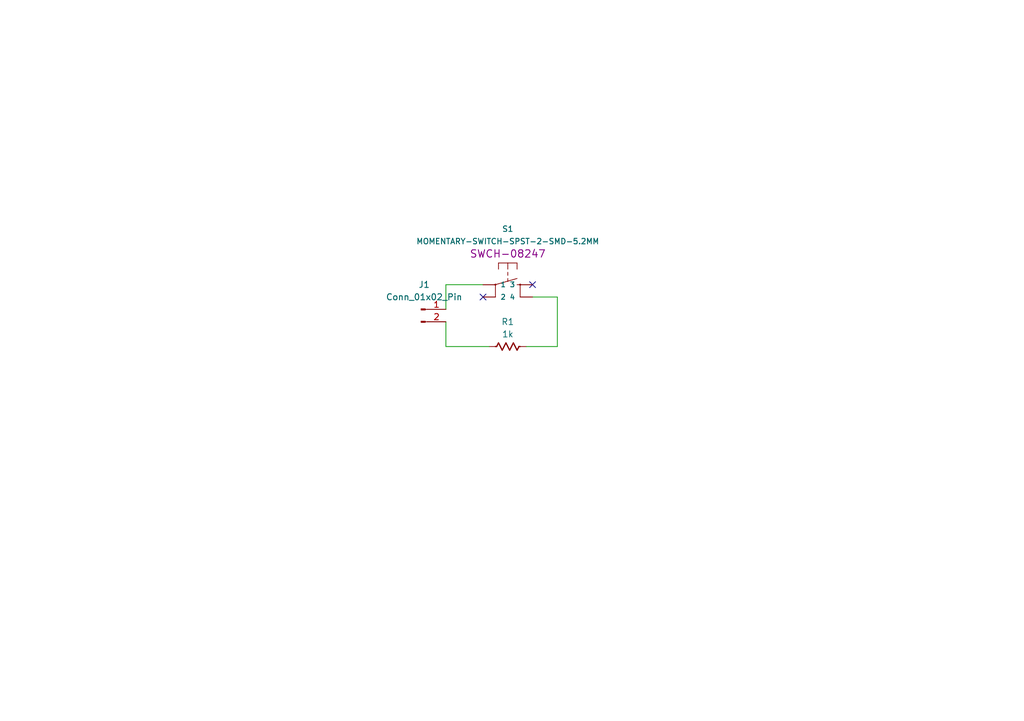
<source format=kicad_sch>
(kicad_sch (version 20230121) (generator eeschema)
  (paper "A5")
  (title_block (title "Atari Touch Tablet (CX-77) Stylus") (date "2024-05-10") (company "Sergey Ko"))
  (lib_symbols
    (symbol "Connector:Conn_01x02_Pin" (pin_names (offset 1.016) hide)
      (property "Reference" "J" (at 0 2.54 0))
      (property "Value" "Conn_01x02_Pin" (at 0 -5.08 0))
      (symbol "Conn_01x02_Pin_1_1"
        (polyline (pts (xy 1.27 -2.54) (xy 0.8636 -2.54)) (stroke (width 0.1524)))
        (polyline (pts (xy 1.27 0) (xy 0.8636 0)) (stroke (width 0.1524)))
        (rectangle (start 0.8636 -2.413) (end 0 -2.667) (stroke (width 0.1524)) (fill (type outline)))
        (rectangle (start 0.8636 0.127) (end 0 -0.127) (stroke (width 0.1524)) (fill (type outline)))
        (pin passive line (at 5.08 0 180) (length 3.81) (name "Pin_1") (number "1"))
        (pin passive line (at 5.08 -2.54 180) (length 3.81) (name "Pin_2") (number "2"))
      )
    )
    (symbol "Resistor_US_AKL:R_2010" (pin_numbers hide) (pin_names (offset 0))
      (property "Reference" "R" (at 2.54 1.27 0))
      (property "Value" "R_2010" (at 2.54 -1.27 0))
      (symbol "R_2010_0_1"
        (polyline (pts (xy 0 -2.286) (xy 0 -2.54)) (stroke (width 0.254)))
        (polyline (pts (xy 0 2.286) (xy 0 2.54)) (stroke (width 0.254)))
        (polyline (pts (xy 0 2.286) (xy 0.762 1.905) (xy -0.762 1.143) (xy 0 0.762) (xy 0.762 0.381) (xy 0 0) (xy -0.762 -0.381) (xy 0 -0.762) (xy 0.762 -1.143) (xy 0 -1.524) (xy -0.762 -1.905) (xy 0 -2.286)) (stroke (width 0.254)))
      )
      (symbol "R_2010_1_1"
        (pin passive line (at 0 3.81 270) (length 1.27) (name "~") (number "1"))
        (pin passive line (at 0 -3.81 90) (length 1.27) (name "~") (number "2"))
      )
    )
    (symbol "SparkFun-Switches:MOMENTARY-SWITCH-SPST-2-SMD-5.2MM" (pin_numbers hide) (pin_names (offset 1.016))
      (property "Reference" "S" (at -5.08 1.27 0))
      (property "Value" "MOMENTARY-SWITCH-SPST-2-SMD-5.2MM" (at -5.08 -5.08 0))
      (property "Field4" "SWCH-08247" (at 0 7.62 0))
      (symbol "MOMENTARY-SWITCH-SPST-2-SMD-5.2MM_1_0"
        (polyline (pts (xy -2.54 -2.54) (xy -2.54 0)))
        (polyline (pts (xy -2.54 0) (xy 1.905 1.27)))
        (polyline (pts (xy -1.905 4.445) (xy -1.905 3.175)))
        (polyline (pts (xy 0 1.27) (xy 0 0.635)))
        (polyline (pts (xy 0 2.54) (xy 0 1.905)))
        (polyline (pts (xy 0 4.445) (xy -1.905 4.445)))
        (polyline (pts (xy 0 4.445) (xy 0 3.175)))
        (polyline (pts (xy 1.905 0) (xy 2.54 0)))
        (polyline (pts (xy 1.905 4.445) (xy 0 4.445)))
        (polyline (pts (xy 1.905 4.445) (xy 1.905 3.175)))
        (polyline (pts (xy 2.54 -2.54) (xy 2.54 0)))
      )
      (symbol "MOMENTARY-SWITCH-SPST-2-SMD-5.2MM_1_1"
        (circle (center -2.54 0) (radius 0.127) (fill (type outline)))
        (circle (center 2.54 0) (radius 0.127) (fill (type outline)))
        (pin passive line (at -5.08 0 0) (length 2.54) (name "1") (number "1"))
        (pin passive line (at -5.08 -2.54 0) (length 2.54) (name "2") (number "2"))
        (pin passive line (at 5.08 0 180) (length 2.54) (name "3") (number "3"))
        (pin passive line (at 5.08 -2.54 180) (length 2.54) (name "4") (number "4"))
      )
    )
  )
  (no_connect (at 109.22 58.42))
  (no_connect (at 99.06 60.96))
  (wire (pts (xy 91.44 58.42) (xy 91.44 63.5)))
  (wire (pts (xy 114.3 71.12) (xy 114.3 60.96)))
  (wire (pts (xy 91.44 71.12) (xy 100.33 71.12)))
  (wire (pts (xy 99.06 58.42) (xy 91.44 58.42)))
  (wire (pts (xy 91.44 66.04) (xy 91.44 71.12)))
  (wire (pts (xy 109.22 60.96) (xy 114.3 60.96)))
  (wire (pts (xy 107.95 71.12) (xy 114.3 71.12)))
  (symbol (lib_id "SparkFun-Switches:MOMENTARY-SWITCH-SPST-2-SMD-5.2MM") (at 104.14 58.42 0) (unit 1)
    (property "Reference" "S1" (at 104.14 46.99 0) (effects (font (size 1.143 1.143))))
    (property "Value" "MOMENTARY-SWITCH-SPST-2-SMD-5.2MM" (at 104.14 49.53 0) (effects (font (size 1.143 1.143))))
    (property "Footprint" "TACTILE_SWITCH_SMD_5.2MM" (effects hide))
    (property "Field4" "SWCH-08247" (at 104.14 52.07 0) (effects (font (size 1.524 1.524))))
  )
  (symbol (lib_id "Connector:Conn_01x02_Pin") (at 86.36 63.5 0) (unit 1)
    (property "Reference" "J1" (at 86.995 58.42 0))
    (property "Value" "Conn_01x02_Pin" (at 86.995 60.96 0))
    (property "Footprint" "Connector_Wire:SolderWire-1sqmm_1x02_P5.4mm_D1.4mm_OD2.7mm" (effects hide))
  )
  (symbol (lib_id "Resistor_US_AKL:R_2010") (at 104.14 71.12 270) (unit 1)
    (property "Reference" "R1" (at 104.14 66.04 90))
    (property "Value" "1k" (at 104.14 68.58 90))
    (property "Footprint" "Resistor_SMD_AKL:R_1206_3216Metric_Pad1.42x1.75mm_HandSolder" (effects hide))
  )
)
</source>
